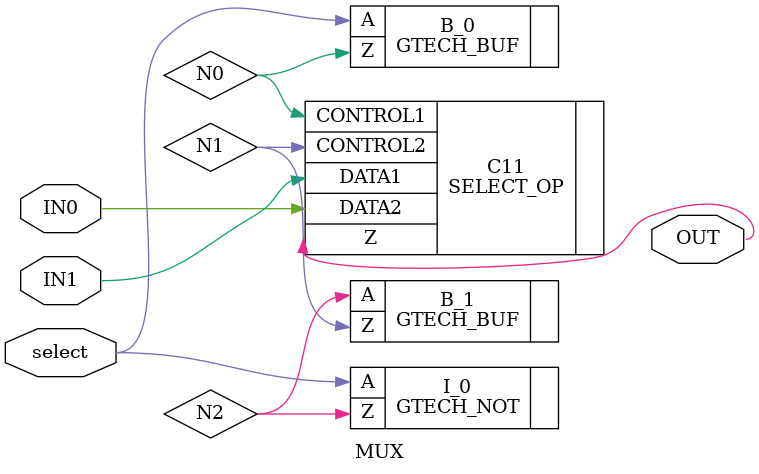
<source format=v>


module MUX ( IN0, IN1, select, OUT );
  input [0:0] IN0;
  input [0:0] IN1;
  output [0:0] OUT;
  input select;
  wire   N0, N1, N2;

  SELECT_OP C11 ( .DATA1(IN1[0]), .DATA2(IN0[0]), .CONTROL1(N0), .CONTROL2(N1), 
        .Z(OUT[0]) );
  GTECH_BUF B_0 ( .A(select), .Z(N0) );
  GTECH_BUF B_1 ( .A(N2), .Z(N1) );
  GTECH_NOT I_0 ( .A(select), .Z(N2) );
endmodule


</source>
